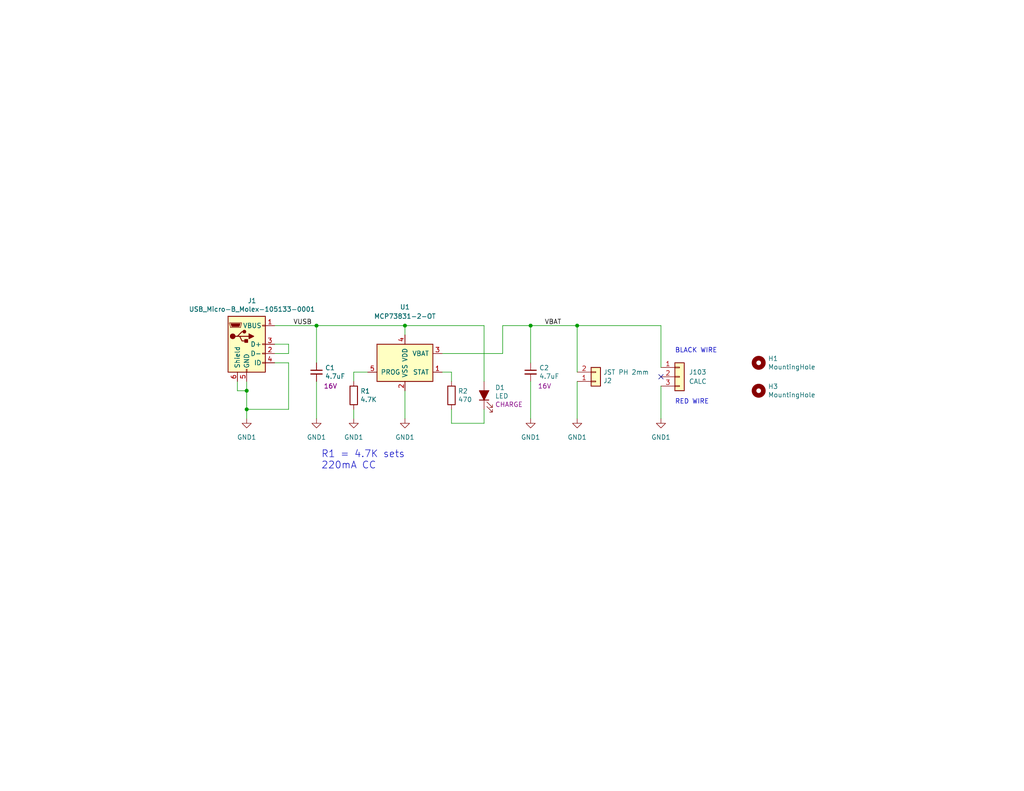
<source format=kicad_sch>
(kicad_sch (version 20230121) (generator eeschema)
  (paper "USLetter")
  (title_block (title "RCL57 Retrofit Battery Board") (date "2024-02-26") (rev "1") (company "tomcircuit@gmail.com"))
  (lib_symbols
    (symbol "Connector_Generic:Conn_01x02" (pin_names (offset 1.016) hide)
      (property "Reference" "J" (at 0 2.54 0))
      (property "Value" "Conn_01x02" (at 0 -5.08 0))
      (symbol "Conn_01x02_1_1"
        (rectangle (start -1.27 -2.413) (end 0 -2.667) (stroke (width 0.1524)))
        (rectangle (start -1.27 0.127) (end 0 -0.127) (stroke (width 0.1524)))
        (rectangle (start -1.27 1.27) (end 1.27 -3.81) (stroke (width 0.254)) (fill (type background)))
        (pin passive line (at -5.08 0 0) (length 3.81) (name "Pin_1") (number "1"))
        (pin passive line (at -5.08 -2.54 0) (length 3.81) (name "Pin_2") (number "2"))
      )
    )
    (symbol "Connector_Generic:Conn_01x03" (pin_names (offset 1.016) hide)
      (property "Reference" "J" (at 0 5.08 0))
      (property "Value" "Conn_01x03" (at 0 -5.08 0))
      (symbol "Conn_01x03_1_1"
        (rectangle (start -1.27 -2.413) (end 0 -2.667) (stroke (width 0.1524)))
        (rectangle (start -1.27 0.127) (end 0 -0.127) (stroke (width 0.1524)))
        (rectangle (start -1.27 2.667) (end 0 2.413) (stroke (width 0.1524)))
        (rectangle (start -1.27 3.81) (end 1.27 -3.81) (stroke (width 0.254)) (fill (type background)))
        (pin passive line (at -5.08 2.54 0) (length 3.81) (name "Pin_1") (number "1"))
        (pin passive line (at -5.08 0 0) (length 3.81) (name "Pin_2") (number "2"))
        (pin passive line (at -5.08 -2.54 0) (length 3.81) (name "Pin_3") (number "3"))
      )
    )
    (symbol "Device:C_Small" (pin_numbers hide) (pin_names (offset 0.254) hide)
      (property "Reference" "C" (at 0.254 1.778 0))
      (property "Value" "C_Small" (at 0.254 -2.032 0))
      (symbol "C_Small_0_1"
        (polyline (pts (xy -1.524 -0.508) (xy 1.524 -0.508)) (stroke (width 0.3302)))
        (polyline (pts (xy -1.524 0.508) (xy 1.524 0.508)) (stroke (width 0.3048)))
      )
      (symbol "C_Small_1_1"
        (pin passive line (at 0 2.54 270) (length 2.032) (name "~") (number "1"))
        (pin passive line (at 0 -2.54 90) (length 2.032) (name "~") (number "2"))
      )
    )
    (symbol "Device:R" (pin_numbers hide) (pin_names (offset 0))
      (property "Reference" "R" (at 2.032 0 90))
      (property "Value" "R" (at 0 0 90))
      (symbol "R_0_1"
        (rectangle (start -1.016 -2.54) (end 1.016 2.54) (stroke (width 0.254)))
      )
      (symbol "R_1_1"
        (pin passive line (at 0 3.81 270) (length 1.27) (name "~") (number "1"))
        (pin passive line (at 0 -3.81 90) (length 1.27) (name "~") (number "2"))
      )
    )
    (symbol "Mechanical:MountingHole" (pin_names (offset 1.016))
      (property "Reference" "H" (at 0 5.08 0))
      (property "Value" "MountingHole" (at 0 3.175 0))
      (symbol "MountingHole_0_1"
        (circle (center 0 0) (radius 1.27) (stroke (width 1.27)))
      )
    )
    (symbol "TI59_battery-rescue:LED_ALT-Device" (pin_numbers hide) (pin_names (offset 1.016) hide)
      (property "Reference" "D" (at 0 2.54 0))
      (property "Value" "Device_LED_ALT" (at 0 -2.54 0))
      (symbol "LED_ALT-Device_0_1"
        (polyline (pts (xy -1.27 -1.27) (xy -1.27 1.27)) (stroke (width 0.254)))
        (polyline (pts (xy -1.27 0) (xy 1.27 0)))
        (polyline (pts (xy 1.27 -1.27) (xy 1.27 1.27) (xy -1.27 0) (xy 1.27 -1.27)) (stroke (width 0.254)) (fill (type outline)))
        (polyline (pts (xy -3.048 -0.762) (xy -4.572 -2.286) (xy -3.81 -2.286) (xy -4.572 -2.286) (xy -4.572 -1.524)))
        (polyline (pts (xy -1.778 -0.762) (xy -3.302 -2.286) (xy -2.54 -2.286) (xy -3.302 -2.286) (xy -3.302 -1.524)))
      )
      (symbol "LED_ALT-Device_1_1"
        (pin passive line (at -3.81 0 0) (length 2.54) (name "K") (number "1"))
        (pin passive line (at 3.81 0 180) (length 2.54) (name "A") (number "2"))
      )
    )
    (symbol "TI59_battery-rescue:MCP73831-2-OT-Battery_Management" (pin_names (offset 1.016))
      (property "Reference" "U" (at -7.62 6.35 0))
      (property "Value" "Battery_Management_MCP73831-2-OT" (at 1.27 6.35 0))
      (symbol "MCP73831-2-OT-Battery_Management_0_1"
        (rectangle (start -7.62 5.08) (end 7.62 -5.08) (stroke (width 0.254)) (fill (type background)))
      )
      (symbol "MCP73831-2-OT-Battery_Management_1_1"
        (pin output line (at 10.16 -2.54 180) (length 2.54) (name "STAT") (number "1"))
        (pin power_in line (at 0 -7.62 90) (length 2.54) (name "VSS") (number "2"))
        (pin power_out line (at 10.16 2.54 180) (length 2.54) (name "VBAT") (number "3"))
        (pin power_in line (at 0 7.62 270) (length 2.54) (name "VDD") (number "4"))
        (pin input line (at -10.16 -2.54 0) (length 2.54) (name "PROG") (number "5"))
      )
    )
    (symbol "TI59_battery-rescue:USB_B_Micro-Connector" (pin_names (offset 1.016))
      (property "Reference" "J" (at -5.08 11.43 0))
      (property "Value" "Connector_USB_B_Micro" (at -5.08 8.89 0))
      (symbol "USB_B_Micro-Connector_0_1"
        (rectangle (start -5.08 -7.62) (end 5.08 7.62) (stroke (width 0.254)) (fill (type background)))
        (circle (center -3.81 2.159) (radius 0.635) (stroke (width 0.254)) (fill (type outline)))
        (circle (center -0.635 3.429) (radius 0.381) (stroke (width 0.254)) (fill (type outline)))
        (rectangle (start -0.127 -7.62) (end 0.127 -6.858))
        (polyline (pts (xy -1.905 2.159) (xy 0.635 2.159)) (stroke (width 0.254)))
        (polyline (pts (xy -3.175 2.159) (xy -2.54 2.159) (xy -1.27 3.429) (xy -0.635 3.429)) (stroke (width 0.254)))
        (polyline (pts (xy -2.54 2.159) (xy -1.905 2.159) (xy -1.27 0.889) (xy 0 0.889)) (stroke (width 0.254)))
        (polyline (pts (xy 0.635 2.794) (xy 0.635 1.524) (xy 1.905 2.159) (xy 0.635 2.794)) (stroke (width 0.254)) (fill (type outline)))
        (polyline (pts (xy -4.318 5.588) (xy -1.778 5.588) (xy -2.032 4.826) (xy -4.064 4.826) (xy -4.318 5.588)) (fill (type outline)))
        (polyline (pts (xy -4.699 5.842) (xy -4.699 5.588) (xy -4.445 4.826) (xy -4.445 4.572) (xy -1.651 4.572) (xy -1.651 4.826) (xy -1.397 5.588) (xy -1.397 5.842) (xy -4.699 5.842)))
        (rectangle (start 0.254 1.27) (end -0.508 0.508) (stroke (width 0.254)) (fill (type outline)))
        (rectangle (start 5.08 -5.207) (end 4.318 -4.953))
        (rectangle (start 5.08 -2.667) (end 4.318 -2.413))
        (rectangle (start 5.08 -0.127) (end 4.318 0.127))
        (rectangle (start 5.08 4.953) (end 4.318 5.207))
      )
      (symbol "USB_B_Micro-Connector_1_1"
        (pin power_out line (at 7.62 5.08 180) (length 2.54) (name "VBUS") (number "1"))
        (pin passive line (at 7.62 -2.54 180) (length 2.54) (name "D-") (number "2"))
        (pin passive line (at 7.62 0 180) (length 2.54) (name "D+") (number "3"))
        (pin passive line (at 7.62 -5.08 180) (length 2.54) (name "ID") (number "4"))
        (pin power_out line (at 0 -10.16 90) (length 2.54) (name "GND") (number "5"))
        (pin passive line (at -2.54 -10.16 90) (length 2.54) (name "Shield") (number "6"))
      )
    )
    (symbol "power:GND1" (power) (pin_names (offset 0))
      (property "Value" "GND1" (at 0 -3.81 0))
      (symbol "GND1_0_1"
        (polyline (pts (xy 0 0) (xy 0 -1.27) (xy 1.27 -1.27) (xy 0 -2.54) (xy -1.27 -1.27) (xy 0 -1.27)))
      )
      (symbol "GND1_1_1"
        (pin power_in line (at 0 0 270) (length 0) hide (name "GND1") (number "1"))
      )
    )
  )
  (junction (at 110.49 88.9))
  (junction (at 67.31 106.68))
  (junction (at 157.48 88.9))
  (junction (at 67.31 111.76))
  (junction (at 144.78 88.9))
  (junction (at 86.36 88.9))
  (no_connect (at 180.34 102.87))
  (wire (pts (xy 67.31 106.68) (xy 67.31 111.76)))
  (wire (pts (xy 78.74 96.52) (xy 74.93 96.52)))
  (wire (pts (xy 180.34 88.9) (xy 180.34 100.33)))
  (wire (pts (xy 144.78 99.06) (xy 144.78 88.9)))
  (wire (pts (xy 96.52 104.14) (xy 96.52 101.6)))
  (wire (pts (xy 96.52 114.3) (xy 96.52 111.76)))
  (wire (pts (xy 137.16 88.9) (xy 137.16 96.52)))
  (wire (pts (xy 67.31 111.76) (xy 78.74 111.76)))
  (wire (pts (xy 64.77 104.14) (xy 64.77 106.68)))
  (wire (pts (xy 123.19 115.57) (xy 132.08 115.57)))
  (wire (pts (xy 120.65 101.6) (xy 123.19 101.6)))
  (wire (pts (xy 86.36 104.14) (xy 86.36 114.3)))
  (wire (pts (xy 110.49 106.68) (xy 110.49 114.3)))
  (wire (pts (xy 96.52 101.6) (xy 100.33 101.6)))
  (wire (pts (xy 132.08 104.14) (xy 132.08 88.9)))
  (wire (pts (xy 78.74 93.98) (xy 78.74 96.52)))
  (wire (pts (xy 123.19 111.76) (xy 123.19 115.57)))
  (wire (pts (xy 137.16 88.9) (xy 144.78 88.9)))
  (wire (pts (xy 180.34 114.3) (xy 180.34 105.41)))
  (wire (pts (xy 64.77 106.68) (xy 67.31 106.68)))
  (wire (pts (xy 78.74 111.76) (xy 78.74 99.06)))
  (wire (pts (xy 86.36 88.9) (xy 86.36 99.06)))
  (wire (pts (xy 74.93 88.9) (xy 86.36 88.9)))
  (wire (pts (xy 144.78 88.9) (xy 157.48 88.9)))
  (wire (pts (xy 110.49 88.9) (xy 110.49 91.44)))
  (wire (pts (xy 132.08 88.9) (xy 110.49 88.9)))
  (wire (pts (xy 67.31 111.76) (xy 67.31 114.3)))
  (wire (pts (xy 157.48 114.3) (xy 157.48 104.14)))
  (wire (pts (xy 74.93 93.98) (xy 78.74 93.98)))
  (wire (pts (xy 67.31 106.68) (xy 67.31 104.14)))
  (wire (pts (xy 157.48 88.9) (xy 180.34 88.9)))
  (wire (pts (xy 132.08 115.57) (xy 132.08 111.76)))
  (wire (pts (xy 157.48 101.6) (xy 157.48 88.9)))
  (wire (pts (xy 74.93 99.06) (xy 78.74 99.06)))
  (wire (pts (xy 86.36 88.9) (xy 110.49 88.9)))
  (wire (pts (xy 123.19 101.6) (xy 123.19 104.14)))
  (wire (pts (xy 120.65 96.52) (xy 137.16 96.52)))
  (wire (pts (xy 144.78 104.14) (xy 144.78 114.3)))
  (text "R1 = 4.7K sets\n220mA CC" (at 87.63 128.27 0) (effects (font (size 1.905 1.905)) (justify left bottom)))
  (text "BLACK WIRE" (at 184.15 96.52 0) (effects (font (size 1.27 1.27)) (justify left bottom)))
  (text "RED WIRE" (at 184.15 110.49 0) (effects (font (size 1.27 1.27)) (justify left bottom)))
  (label "VBAT" (at 148.59 88.9 0))
  (label "VUSB" (at 80.01 88.9 0))
  (symbol (lib_id "TI59_battery-rescue:MCP73831-2-OT-Battery_Management") (at 110.49 99.06 0) (unit 1)
    (property "Reference" "U1" (at 110.49 83.82 0))
    (property "Value" "MCP73831-2-OT" (at 110.49 86.36 0))
    (property "Footprint" "Package_TO_SOT_SMD:SOT-23-5_HandSoldering" (effects hide))
    (property "Datasheet" "http://ww1.microchip.com/downloads/en/DeviceDoc/20001984g.pdf" (effects hide))
    (property "MPN" "Microchip MCP73831T-2ACI/OT" (effects hide))
    (property "DigiKey" "MCP73831T-2ACI/OTCT-ND" (effects hide))
  )
  (symbol (lib_id "TI59_battery-rescue:USB_B_Micro-Connector") (at 67.31 93.98 0) (unit 1)
    (property "Reference" "J1" (at 68.7578 82.1182 0))
    (property "Value" "USB_Micro-B_Molex-105133-0001" (at 68.7578 84.4296 0))
    (property "Footprint" "Connector_USB:USB_Micro-B_Molex-105133-0001" (effects hide))
    (property "MPN" "Molex 105017001" (effects hide))
    (property "DigiKey" "WM10134CT-ND" (effects hide))
  )
  (symbol (lib_id "Device:R") (at 96.52 107.95 0) (unit 1)
    (property "Reference" "R1" (at 98.298 106.7816 0) (effects (justify left)))
    (property "Value" "4.7K" (at 98.298 109.093 0) (effects (justify left)))
    (property "Footprint" "Resistor_SMD:R_0805_2012Metric_Pad1.20x1.40mm_HandSolder" (effects hide))
  )
  (symbol (lib_id "TI59_battery-rescue:LED_ALT-Device") (at 132.08 107.95 90) (unit 1)
    (property "Reference" "D1" (at 135.0772 105.8164 90) (effects (justify right)))
    (property "Value" "LED" (at 135.0772 108.1278 90) (effects (justify right)))
    (property "Footprint" "LED_SMD:LED_0805_2012Metric_Pad1.15x1.40mm_HandSolder" (effects hide))
    (property "Datasheet" "https://katalog.we-online.de/led/datasheet/156120VS75300.pdf" (effects hide))
    (property "Function" "CHARGE" (at 135.0772 110.4392 90) (effects (justify right)))
    (property "Color" "GREEN" (effects hide))
    (property "MPN" "Wuerth 156120VS75300" (effects hide))
    (property "DigiKey" "732-5033-1-ND" (effects hide))
  )
  (symbol (lib_id "Device:R") (at 123.19 107.95 0) (unit 1)
    (property "Reference" "R2" (at 124.968 106.7816 0) (effects (justify left)))
    (property "Value" "470" (at 124.968 109.093 0) (effects (justify left)))
    (property "Footprint" "Resistor_SMD:R_0805_2012Metric_Pad1.20x1.40mm_HandSolder" (effects hide))
  )
  (symbol (lib_id "Device:C_Small") (at 86.36 101.6 0) (unit 1)
    (property "Reference" "C1" (at 88.6968 100.4316 0) (effects (justify left)))
    (property "Value" "4.7uF" (at 88.6968 102.743 0) (effects (justify left)))
    (property "Footprint" "Capacitor_SMD:C_0805_2012Metric" (effects hide))
    (property "WVDC" "16V" (at 90.17 105.41 0))
    (property "MPN" "MuRata GRM21BR71C475KE51L" (effects hide))
    (property "DigiKey" "490-14466-1-ND" (effects hide))
  )
  (symbol (lib_id "Connector_Generic:Conn_01x02") (at 162.56 104.14 0) (mirror x) (unit 1)
    (property "Reference" "J2" (at 164.592 103.9368 0) (effects (justify left)))
    (property "Value" "JST PH 2mm" (at 164.592 101.6254 0) (effects (justify left)))
    (property "Footprint" "Connector_JST:JST_PH_B2B-PH-K_1x02_P2.00mm_Vertical" (effects hide))
    (property "MPN" "S2B-PH-K-S(LF)(SN)" (effects hide))
    (property "DigiKey" "455-1719-ND" (effects hide))
  )
  (symbol (lib_id "Mechanical:MountingHole") (at 207.01 99.06 0) (unit 1)
    (property "Reference" "H1" (at 209.55 97.8916 0) (effects (justify left)))
    (property "Value" "MountingHole" (at 209.55 100.203 0) (effects (justify left)))
    (property "Footprint" "MountingHole:MountingHole_2mm" (effects hide))
  )
  (symbol (lib_id "Device:C_Small") (at 144.78 101.6 0) (unit 1)
    (property "Reference" "C2" (at 147.1168 100.4316 0) (effects (justify left)))
    (property "Value" "4.7uF" (at 147.1168 102.743 0) (effects (justify left)))
    (property "Footprint" "Capacitor_SMD:C_0805_2012Metric" (effects hide))
    (property "WVDC" "16V" (at 148.59 105.41 0))
    (property "MPN" "MuRata GRM21BR71C475KE51L" (effects hide))
    (property "DigiKey" "490-14466-1-ND" (effects hide))
  )
  (symbol (lib_id "Mechanical:MountingHole") (at 207.01 106.68 0) (unit 1)
    (property "Reference" "H3" (at 209.55 105.5116 0) (effects (justify left)))
    (property "Value" "MountingHole" (at 209.55 107.823 0) (effects (justify left)))
    (property "Footprint" "MountingHole:MountingHole_2mm" (effects hide))
  )
  (symbol (lib_id "Connector_Generic:Conn_01x03") (at 185.42 102.87 0) (unit 1)
    (property "Reference" "J103" (at 187.96 101.6 0) (effects (justify left)))
    (property "Value" "CALC" (at 187.96 104.14 0) (effects (justify left)))
    (property "Footprint" "Connector_PinHeader_2.54mm:PinHeader_1x03_P2.54mm_Vertical" (effects hide))
  )
  (symbol (lib_id "power:GND1") (at 110.49 114.3 0) (unit 1)
    (property "Reference" "#PWR0103" (effects hide))
    (property "Value" "GND1" (at 110.49 119.38 0))
  )
  (symbol (lib_id "power:GND1") (at 96.52 114.3 0) (unit 1)
    (property "Reference" "#PWR0102" (effects hide))
    (property "Value" "GND1" (at 96.52 119.38 0))
  )
  (symbol (lib_id "power:GND1") (at 180.34 114.3 0) (unit 1)
    (property "Reference" "#PWR0106" (effects hide))
    (property "Value" "GND1" (at 180.34 119.38 0))
  )
  (symbol (lib_id "power:GND1") (at 86.36 114.3 0) (unit 1)
    (property "Reference" "#PWR0101" (effects hide))
    (property "Value" "GND1" (at 86.36 119.38 0))
  )
  (symbol (lib_id "power:GND1") (at 157.48 114.3 0) (unit 1)
    (property "Reference" "#PWR0105" (effects hide))
    (property "Value" "GND1" (at 157.48 119.38 0))
  )
  (symbol (lib_id "power:GND1") (at 67.31 114.3 0) (unit 1)
    (property "Reference" "#PWR0108" (effects hide))
    (property "Value" "GND1" (at 67.31 119.38 0))
  )
  (symbol (lib_id "power:GND1") (at 144.78 114.3 0) (unit 1)
    (property "Reference" "#PWR0104" (effects hide))
    (property "Value" "GND1" (at 144.78 119.38 0))
  )
)
</source>
